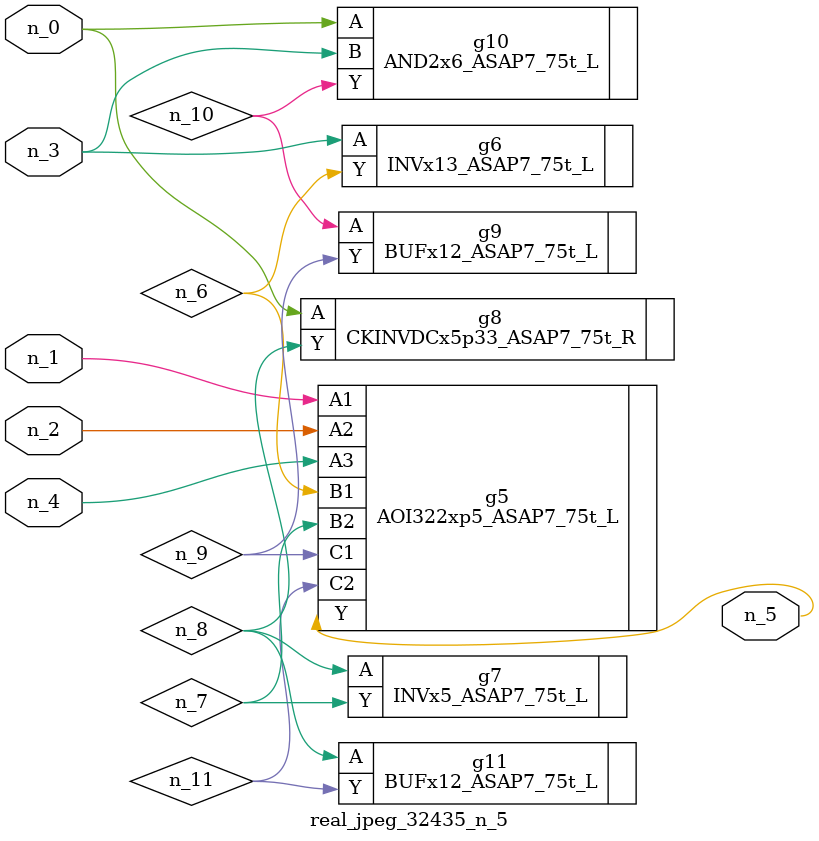
<source format=v>
module real_jpeg_32435_n_5 (n_4, n_0, n_1, n_2, n_3, n_5);

input n_4;
input n_0;
input n_1;
input n_2;
input n_3;

output n_5;

wire n_8;
wire n_11;
wire n_6;
wire n_7;
wire n_10;
wire n_9;

CKINVDCx5p33_ASAP7_75t_R g8 ( 
.A(n_0),
.Y(n_8)
);

AND2x6_ASAP7_75t_L g10 ( 
.A(n_0),
.B(n_3),
.Y(n_10)
);

AOI322xp5_ASAP7_75t_L g5 ( 
.A1(n_1),
.A2(n_2),
.A3(n_4),
.B1(n_6),
.B2(n_7),
.C1(n_9),
.C2(n_11),
.Y(n_5)
);

INVx13_ASAP7_75t_L g6 ( 
.A(n_3),
.Y(n_6)
);

INVx5_ASAP7_75t_L g7 ( 
.A(n_8),
.Y(n_7)
);

BUFx12_ASAP7_75t_L g11 ( 
.A(n_8),
.Y(n_11)
);

BUFx12_ASAP7_75t_L g9 ( 
.A(n_10),
.Y(n_9)
);


endmodule
</source>
